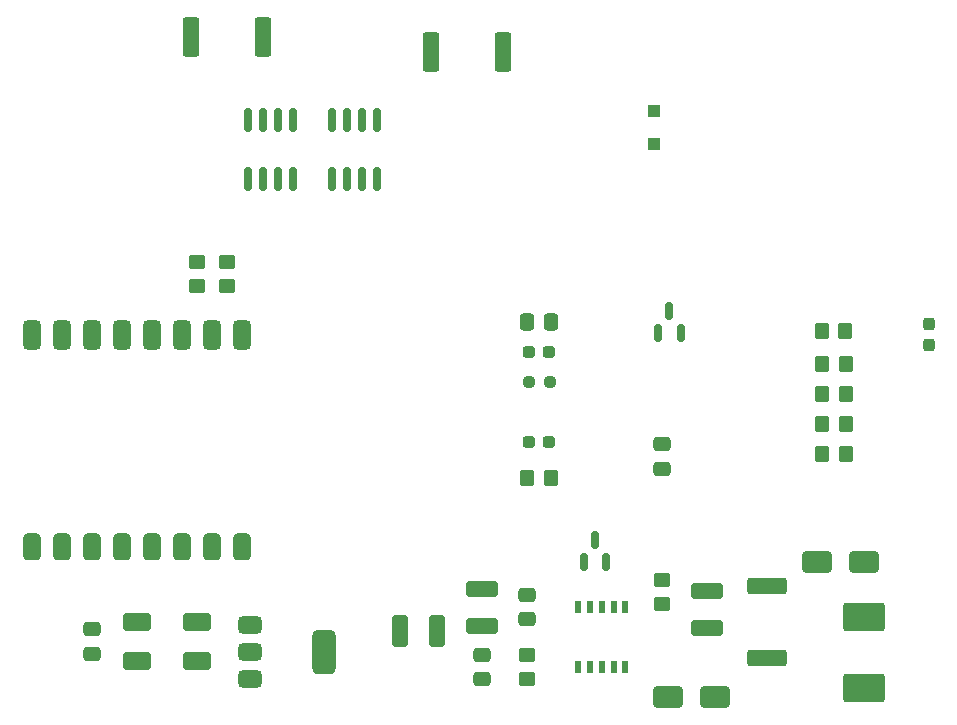
<source format=gbr>
%TF.GenerationSoftware,KiCad,Pcbnew,9.0.6*%
%TF.CreationDate,2026-01-18T01:02:47+03:00*%
%TF.ProjectId,Backup power switch 12v Module,4261636b-7570-4207-906f-776572207377,rev?*%
%TF.SameCoordinates,Original*%
%TF.FileFunction,Paste,Top*%
%TF.FilePolarity,Positive*%
%FSLAX46Y46*%
G04 Gerber Fmt 4.6, Leading zero omitted, Abs format (unit mm)*
G04 Created by KiCad (PCBNEW 9.0.6) date 2026-01-18 01:02:47*
%MOMM*%
%LPD*%
G01*
G04 APERTURE LIST*
G04 Aperture macros list*
%AMRoundRect*
0 Rectangle with rounded corners*
0 $1 Rounding radius*
0 $2 $3 $4 $5 $6 $7 $8 $9 X,Y pos of 4 corners*
0 Add a 4 corners polygon primitive as box body*
4,1,4,$2,$3,$4,$5,$6,$7,$8,$9,$2,$3,0*
0 Add four circle primitives for the rounded corners*
1,1,$1+$1,$2,$3*
1,1,$1+$1,$4,$5*
1,1,$1+$1,$6,$7*
1,1,$1+$1,$8,$9*
0 Add four rect primitives between the rounded corners*
20,1,$1+$1,$2,$3,$4,$5,0*
20,1,$1+$1,$4,$5,$6,$7,0*
20,1,$1+$1,$6,$7,$8,$9,0*
20,1,$1+$1,$8,$9,$2,$3,0*%
G04 Aperture macros list end*
%ADD10RoundRect,0.237500X0.250000X0.237500X-0.250000X0.237500X-0.250000X-0.237500X0.250000X-0.237500X0*%
%ADD11RoundRect,0.249999X-0.450001X-1.425001X0.450001X-1.425001X0.450001X1.425001X-0.450001X1.425001X0*%
%ADD12RoundRect,0.250000X0.450000X-0.350000X0.450000X0.350000X-0.450000X0.350000X-0.450000X-0.350000X0*%
%ADD13RoundRect,0.250000X1.000000X0.650000X-1.000000X0.650000X-1.000000X-0.650000X1.000000X-0.650000X0*%
%ADD14RoundRect,0.250000X0.350000X0.450000X-0.350000X0.450000X-0.350000X-0.450000X0.350000X-0.450000X0*%
%ADD15RoundRect,0.250000X-0.475000X0.337500X-0.475000X-0.337500X0.475000X-0.337500X0.475000X0.337500X0*%
%ADD16RoundRect,0.250000X-0.350000X-0.450000X0.350000X-0.450000X0.350000X0.450000X-0.350000X0.450000X0*%
%ADD17RoundRect,0.150000X0.150000X-0.587500X0.150000X0.587500X-0.150000X0.587500X-0.150000X-0.587500X0*%
%ADD18RoundRect,0.250001X0.944999X-0.507499X0.944999X0.507499X-0.944999X0.507499X-0.944999X-0.507499X0*%
%ADD19RoundRect,0.237500X-0.287500X-0.237500X0.287500X-0.237500X0.287500X0.237500X-0.287500X0.237500X0*%
%ADD20RoundRect,0.250000X-0.412500X-1.100000X0.412500X-1.100000X0.412500X1.100000X-0.412500X1.100000X0*%
%ADD21RoundRect,0.250000X-1.100000X0.412500X-1.100000X-0.412500X1.100000X-0.412500X1.100000X0.412500X0*%
%ADD22RoundRect,0.150000X0.150000X-0.825000X0.150000X0.825000X-0.150000X0.825000X-0.150000X-0.825000X0*%
%ADD23RoundRect,0.250001X1.499999X-0.949999X1.499999X0.949999X-1.499999X0.949999X-1.499999X-0.949999X0*%
%ADD24RoundRect,0.250000X0.475000X-0.337500X0.475000X0.337500X-0.475000X0.337500X-0.475000X-0.337500X0*%
%ADD25RoundRect,0.237500X-0.237500X0.287500X-0.237500X-0.287500X0.237500X-0.287500X0.237500X0.287500X0*%
%ADD26RoundRect,0.250000X0.337500X0.475000X-0.337500X0.475000X-0.337500X-0.475000X0.337500X-0.475000X0*%
%ADD27RoundRect,0.250000X-0.300000X0.300000X-0.300000X-0.300000X0.300000X-0.300000X0.300000X0.300000X0*%
%ADD28RoundRect,0.249999X1.425001X-0.450001X1.425001X0.450001X-1.425001X0.450001X-1.425001X-0.450001X0*%
%ADD29RoundRect,0.375000X-0.625000X-0.375000X0.625000X-0.375000X0.625000X0.375000X-0.625000X0.375000X0*%
%ADD30RoundRect,0.500000X-0.500000X-1.400000X0.500000X-1.400000X0.500000X1.400000X-0.500000X1.400000X0*%
%ADD31R,0.510000X1.100000*%
%ADD32RoundRect,0.381000X-0.381000X0.762000X-0.381000X-0.762000X0.381000X-0.762000X0.381000X0.762000X0*%
%ADD33RoundRect,0.381000X-0.381000X0.869000X-0.381000X-0.869000X0.381000X-0.869000X0.381000X0.869000X0*%
G04 APERTURE END LIST*
D10*
X141679300Y-105359200D03*
X139854300Y-105359200D03*
D11*
X111250000Y-76200000D03*
X117350000Y-76200000D03*
D12*
X151130000Y-124190000D03*
X151130000Y-122190000D03*
D13*
X155670001Y-132080000D03*
X151669999Y-132080000D03*
D14*
X166693600Y-103886000D03*
X164693600Y-103886000D03*
D15*
X139700000Y-123422500D03*
X139700000Y-125497500D03*
D16*
X164693600Y-108966000D03*
X166693600Y-108966000D03*
D17*
X144540000Y-120650000D03*
X146440000Y-120650000D03*
X145490000Y-118774999D03*
D18*
X106680000Y-128985000D03*
X106680000Y-125730000D03*
D19*
X139862500Y-110490000D03*
X141612500Y-110490000D03*
D13*
X168268401Y-120650000D03*
X164268399Y-120650000D03*
D12*
X111760000Y-97250000D03*
X111760000Y-95250000D03*
D18*
X111759999Y-128985000D03*
X111759999Y-125730000D03*
D12*
X139700000Y-130540000D03*
X139700000Y-128540000D03*
D16*
X164693600Y-106426000D03*
X166693600Y-106426000D03*
D17*
X150815000Y-101267500D03*
X152715000Y-101267500D03*
X151765000Y-99392499D03*
D16*
X164693600Y-111506000D03*
X166693600Y-111506000D03*
D20*
X128993500Y-126492000D03*
X132118500Y-126492000D03*
D11*
X131570000Y-77470000D03*
X137670000Y-77470000D03*
D14*
X166677600Y-101092000D03*
X164677600Y-101092000D03*
D21*
X154990800Y-123100700D03*
X154990800Y-126225700D03*
D22*
X116078000Y-88200000D03*
X117348000Y-88200000D03*
X118618000Y-88200000D03*
X119888000Y-88200000D03*
X119888000Y-83250000D03*
X118618000Y-83250000D03*
X117348000Y-83250000D03*
X116078000Y-83250000D03*
D23*
X168275000Y-131270000D03*
X168275000Y-125270000D03*
D24*
X102870000Y-128395000D03*
X102870000Y-126320000D03*
X135890000Y-130577500D03*
X135890000Y-128502500D03*
D12*
X114300000Y-97250000D03*
X114300000Y-95250000D03*
D14*
X141716000Y-113538000D03*
X139716000Y-113538000D03*
D25*
X173736000Y-100521801D03*
X173736000Y-102271799D03*
D26*
X141775000Y-100330000D03*
X139700000Y-100330000D03*
D24*
X151130000Y-112746700D03*
X151130000Y-110671700D03*
D19*
X139862500Y-102870000D03*
X141612500Y-102870000D03*
D21*
X135890000Y-122897500D03*
X135890000Y-126022500D03*
D27*
X150495000Y-82420001D03*
X150495000Y-85219999D03*
D28*
X160020000Y-128780000D03*
X160020000Y-122680000D03*
D29*
X116230000Y-125970000D03*
X116230000Y-128270000D03*
X116230000Y-130570000D03*
D30*
X122530000Y-128270000D03*
D31*
X144050000Y-129550000D03*
X145050000Y-129550000D03*
X146050000Y-129550000D03*
X147050000Y-129550000D03*
X148050000Y-129550000D03*
X148050000Y-124450000D03*
X147050000Y-124450000D03*
X146050000Y-124450000D03*
X145050000Y-124450000D03*
X144050000Y-124450000D03*
D32*
X97790000Y-119380000D03*
X100330000Y-119380000D03*
X102870000Y-119380000D03*
X105409999Y-119380000D03*
X107950000Y-119380000D03*
D33*
X115570000Y-101380000D03*
X113030000Y-101380000D03*
X110490000Y-101380000D03*
X107950000Y-101380000D03*
X105409999Y-101380000D03*
X102870000Y-101380000D03*
X100330000Y-101380000D03*
X97790000Y-101380000D03*
D32*
X110490000Y-119380000D03*
X115570000Y-119380000D03*
X113030000Y-119380000D03*
D22*
X123190000Y-88200000D03*
X124460000Y-88200000D03*
X125730000Y-88200000D03*
X127000000Y-88200000D03*
X127000000Y-83250000D03*
X125730000Y-83250000D03*
X124460000Y-83250000D03*
X123190000Y-83250000D03*
M02*

</source>
